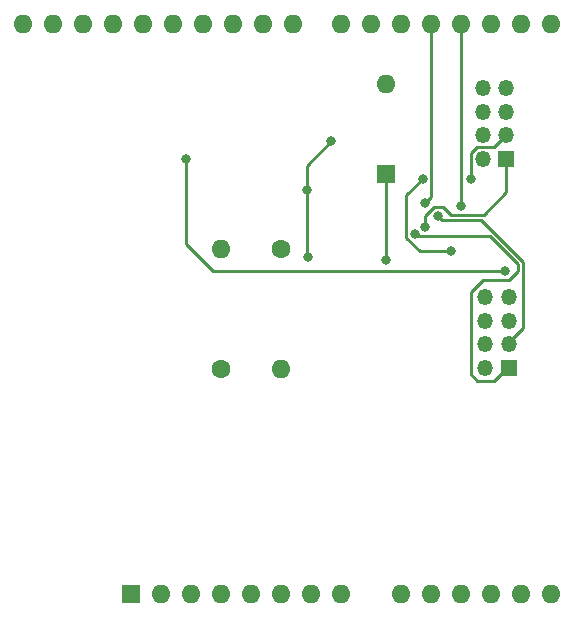
<source format=gbr>
%TF.GenerationSoftware,KiCad,Pcbnew,(5.1.9)-1*%
%TF.CreationDate,2021-02-03T21:02:23-05:00*%
%TF.ProjectId,JoystickCtrl,4a6f7973-7469-4636-9b43-74726c2e6b69,rev?*%
%TF.SameCoordinates,Original*%
%TF.FileFunction,Copper,L2,Bot*%
%TF.FilePolarity,Positive*%
%FSLAX46Y46*%
G04 Gerber Fmt 4.6, Leading zero omitted, Abs format (unit mm)*
G04 Created by KiCad (PCBNEW (5.1.9)-1) date 2021-02-03 21:02:23*
%MOMM*%
%LPD*%
G01*
G04 APERTURE LIST*
%TA.AperFunction,ComponentPad*%
%ADD10O,1.350000X1.350000*%
%TD*%
%TA.AperFunction,ComponentPad*%
%ADD11R,1.350000X1.350000*%
%TD*%
%TA.AperFunction,ComponentPad*%
%ADD12O,1.600000X1.600000*%
%TD*%
%TA.AperFunction,ComponentPad*%
%ADD13R,1.600000X1.600000*%
%TD*%
%TA.AperFunction,ComponentPad*%
%ADD14C,1.600000*%
%TD*%
%TA.AperFunction,ViaPad*%
%ADD15C,0.800000*%
%TD*%
%TA.AperFunction,Conductor*%
%ADD16C,0.250000*%
%TD*%
G04 APERTURE END LIST*
D10*
%TO.P,Joystick1,8*%
%TO.N,N/C*%
X172200000Y-100600000D03*
%TO.P,Joystick1,7*%
%TO.N,Net-(Joystick1-Pad2)*%
X174200000Y-100600000D03*
%TO.P,Joystick1,6*%
%TO.N,GNDA*%
X172200000Y-102600000D03*
%TO.P,Joystick1,5*%
%TO.N,Net-(Joystick1-Pad4)*%
X174200000Y-102600000D03*
%TO.P,Joystick1,4*%
X172200000Y-104600000D03*
%TO.P,Joystick1,3*%
%TO.N,Net-(Joystick1-Pad3)*%
X174200000Y-104600000D03*
%TO.P,Joystick1,2*%
%TO.N,Net-(Joystick1-Pad2)*%
X172200000Y-106600000D03*
D11*
%TO.P,Joystick1,1*%
%TO.N,Net-(Joystick1-Pad1)*%
X174200000Y-106600000D03*
%TD*%
D10*
%TO.P,Controller1,8*%
%TO.N,N/C*%
X172000000Y-82900000D03*
%TO.P,Controller1,7*%
%TO.N,Net-(Controller1-Pad2)*%
X174000000Y-82900000D03*
%TO.P,Controller1,6*%
%TO.N,GNDA*%
X172000000Y-84900000D03*
%TO.P,Controller1,5*%
%TO.N,Net-(Controller1-Pad4)*%
X174000000Y-84900000D03*
%TO.P,Controller1,4*%
X172000000Y-86900000D03*
%TO.P,Controller1,3*%
%TO.N,Net-(Controller1-Pad3)*%
X174000000Y-86900000D03*
%TO.P,Controller1,2*%
%TO.N,Net-(Controller1-Pad2)*%
X172000000Y-88900000D03*
D11*
%TO.P,Controller1,1*%
%TO.N,Net-(Controller1-Pad1)*%
X174000000Y-88900000D03*
%TD*%
D12*
%TO.P,A1,16*%
%TO.N,N/C*%
X175260000Y-77470000D03*
%TO.P,A1,15*%
X177800000Y-77470000D03*
%TO.P,A1,30*%
X138180000Y-77470000D03*
%TO.P,A1,14*%
X177800000Y-125730000D03*
%TO.P,A1,29*%
%TO.N,GNDD*%
X140720000Y-77470000D03*
%TO.P,A1,13*%
%TO.N,N/C*%
X175260000Y-125730000D03*
%TO.P,A1,28*%
%TO.N,CLK*%
X143260000Y-77470000D03*
%TO.P,A1,12*%
%TO.N,N/C*%
X172720000Y-125730000D03*
%TO.P,A1,27*%
X145800000Y-77470000D03*
%TO.P,A1,11*%
X170180000Y-125730000D03*
%TO.P,A1,26*%
%TO.N,MOSI*%
X148340000Y-77470000D03*
%TO.P,A1,10*%
%TO.N,N/C*%
X167640000Y-125730000D03*
%TO.P,A1,25*%
%TO.N,CS\u002A*%
X150880000Y-77470000D03*
%TO.P,A1,9*%
%TO.N,N/C*%
X165100000Y-125730000D03*
%TO.P,A1,24*%
%TO.N,SHDN\u002A*%
X153420000Y-77470000D03*
%TO.P,A1,8*%
%TO.N,N/C*%
X160020000Y-125730000D03*
%TO.P,A1,23*%
X155960000Y-77470000D03*
%TO.P,A1,7*%
X157480000Y-125730000D03*
%TO.P,A1,22*%
X160020000Y-77470000D03*
%TO.P,A1,6*%
%TO.N,GNDA*%
X154940000Y-125730000D03*
%TO.P,A1,21*%
%TO.N,N/C*%
X162560000Y-77470000D03*
%TO.P,A1,5*%
%TO.N,+5V*%
X152400000Y-125730000D03*
%TO.P,A1,20*%
%TO.N,N/C*%
X165100000Y-77470000D03*
%TO.P,A1,4*%
X149860000Y-125730000D03*
%TO.P,A1,19*%
%TO.N,EnMUX*%
X167640000Y-77470000D03*
%TO.P,A1,3*%
%TO.N,RST\u002A*%
X147320000Y-125730000D03*
%TO.P,A1,18*%
%TO.N,MuxSwitch*%
X170180000Y-77470000D03*
%TO.P,A1,2*%
%TO.N,N/C*%
X144780000Y-125730000D03*
%TO.P,A1,17*%
%TO.N,Net-(A1-Pad17)*%
X172720000Y-77470000D03*
D13*
%TO.P,A1,1*%
%TO.N,N/C*%
X142240000Y-125730000D03*
D12*
%TO.P,A1,31*%
X135640000Y-77470000D03*
%TO.P,A1,32*%
X133100000Y-77470000D03*
%TD*%
%TO.P,R2,2*%
%TO.N,VSS*%
X149860000Y-96520000D03*
D14*
%TO.P,R2,1*%
%TO.N,GNDA*%
X149860000Y-106680000D03*
%TD*%
D12*
%TO.P,R1,2*%
%TO.N,GNDA*%
X154940000Y-106680000D03*
D14*
%TO.P,R1,1*%
%TO.N,VDD*%
X154940000Y-96520000D03*
%TD*%
D12*
%TO.P,SW1,2*%
%TO.N,Net-(A1-Pad17)*%
X163830000Y-82550000D03*
D13*
%TO.P,SW1,1*%
%TO.N,GNDD*%
X163830000Y-90170000D03*
%TD*%
D15*
%TO.N,Net-(Controller1-Pad1)*%
X167100000Y-94700000D03*
%TO.N,Net-(Controller1-Pad3)*%
X169300000Y-96724998D03*
X166915000Y-90570001D03*
X171000000Y-90570001D03*
%TO.N,Net-(Joystick1-Pad1)*%
X166252000Y-95230000D03*
%TO.N,Net-(Joystick1-Pad3)*%
X168200000Y-93700000D03*
%TO.N,GNDD*%
X163800000Y-97500000D03*
%TO.N,GNDA*%
X159200000Y-87400000D03*
X157100000Y-91500000D03*
X157200000Y-97200000D03*
%TO.N,MuxSwitch*%
X170200000Y-92924989D03*
%TO.N,Yctrl*%
X173900000Y-98400000D03*
X146900000Y-88900000D03*
%TO.N,EnMUX*%
X167126998Y-92674694D03*
%TD*%
D16*
%TO.N,Net-(Controller1-Pad1)*%
X167100000Y-93726998D02*
X167851999Y-92974999D01*
X167100000Y-94700000D02*
X167100000Y-93726998D01*
X167851999Y-92974999D02*
X168674999Y-92974999D01*
X169349989Y-93649989D02*
X172086401Y-93649989D01*
X168674999Y-92974999D02*
X169349989Y-93649989D01*
X173990000Y-91746390D02*
X173990000Y-88900000D01*
X172086401Y-93649989D02*
X173990000Y-91746390D01*
%TO.N,Net-(Controller1-Pad3)*%
X165526999Y-91958002D02*
X166915000Y-90570001D01*
X165526999Y-95578001D02*
X165526999Y-91958002D01*
X166673996Y-96724998D02*
X165526999Y-95578001D01*
X169300000Y-96724998D02*
X166673996Y-96724998D01*
X170989999Y-90560000D02*
X171000000Y-90570001D01*
X170989999Y-88419999D02*
X170989999Y-90560000D01*
X171509998Y-87900000D02*
X170989999Y-88419999D01*
X172990000Y-87900000D02*
X171509998Y-87900000D01*
X173990000Y-86900000D02*
X172990000Y-87900000D01*
%TO.N,Net-(Joystick1-Pad1)*%
X172588593Y-95425001D02*
X174990001Y-97826409D01*
X166447001Y-95425001D02*
X172588593Y-95425001D01*
X166252000Y-95230000D02*
X166447001Y-95425001D01*
X172989999Y-107680001D02*
X173990000Y-106680000D01*
X170989999Y-107160001D02*
X171509999Y-107680001D01*
X170989999Y-100199999D02*
X170989999Y-107160001D01*
X171509999Y-107680001D02*
X172989999Y-107680001D01*
X172064997Y-99125001D02*
X170989999Y-100199999D01*
X174248001Y-99125001D02*
X172064997Y-99125001D01*
X174990001Y-98383001D02*
X174248001Y-99125001D01*
X174990001Y-97826409D02*
X174990001Y-98383001D01*
%TO.N,Net-(Joystick1-Pad3)*%
X168599999Y-94099999D02*
X168200000Y-93700000D01*
X171900001Y-94099999D02*
X168599999Y-94099999D01*
X175440010Y-97640008D02*
X171900001Y-94099999D01*
X175440010Y-103229990D02*
X175440010Y-97640008D01*
X173990000Y-104680000D02*
X175440010Y-103229990D01*
%TO.N,GNDD*%
X163800000Y-90200000D02*
X163830000Y-90170000D01*
X163800000Y-97500000D02*
X163800000Y-90200000D01*
%TO.N,GNDA*%
X157100000Y-89500000D02*
X157100000Y-91500000D01*
X159200000Y-87400000D02*
X157100000Y-89500000D01*
X157100000Y-97100000D02*
X157200000Y-97200000D01*
X157100000Y-91500000D02*
X157100000Y-97100000D01*
%TO.N,MuxSwitch*%
X170180000Y-92120000D02*
X170180000Y-77470000D01*
X170200000Y-92140000D02*
X170180000Y-92120000D01*
X170200000Y-92924989D02*
X170200000Y-92140000D01*
%TO.N,Yctrl*%
X173900000Y-98400000D02*
X149200000Y-98400000D01*
X149200000Y-98400000D02*
X146900000Y-96100000D01*
X146900000Y-96100000D02*
X146900000Y-88900000D01*
%TO.N,EnMUX*%
X167640000Y-92161692D02*
X167640000Y-77470000D01*
X167126998Y-92674694D02*
X167640000Y-92161692D01*
%TD*%
M02*

</source>
